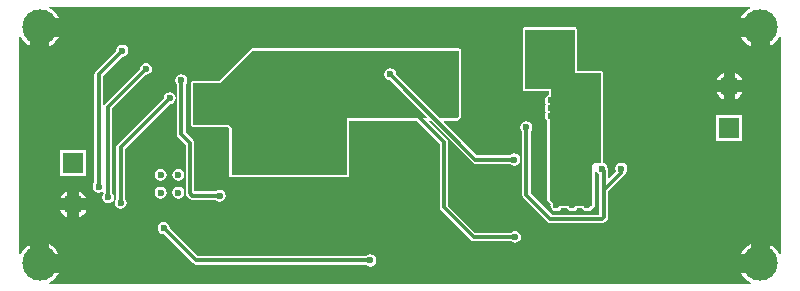
<source format=gbl>
G04*
G04 #@! TF.GenerationSoftware,Altium Limited,Altium Designer,19.1.6 (110)*
G04*
G04 Layer_Physical_Order=2*
G04 Layer_Color=16711680*
%FSLAX43Y43*%
%MOMM*%
G71*
G01*
G75*
%ADD59C,0.300*%
%ADD62C,3.000*%
%ADD63R,1.800X1.800*%
%ADD64C,1.800*%
%ADD65C,0.600*%
G36*
X62209Y23618D02*
X61995Y23504D01*
X61721Y23279D01*
X61496Y23005D01*
X61387Y22800D01*
X63000D01*
Y22000D01*
X63800D01*
Y20387D01*
X64005Y20496D01*
X64279Y20721D01*
X64504Y20995D01*
X64618Y21209D01*
X64745Y21177D01*
Y2823D01*
X64618Y2791D01*
X64504Y3005D01*
X64279Y3279D01*
X64005Y3504D01*
X63800Y3613D01*
Y2000D01*
X63000D01*
Y1200D01*
X61387D01*
X61496Y995D01*
X61721Y721D01*
X61995Y496D01*
X62209Y382D01*
X62177Y255D01*
X2823D01*
X2791Y382D01*
X3005Y496D01*
X3279Y721D01*
X3504Y995D01*
X3613Y1200D01*
X2000D01*
Y2000D01*
X1200D01*
Y3613D01*
X995Y3504D01*
X721Y3279D01*
X496Y3005D01*
X382Y2791D01*
X255Y2823D01*
Y21177D01*
X382Y21209D01*
X496Y20995D01*
X721Y20721D01*
X995Y20496D01*
X1200Y20387D01*
Y22000D01*
X2000D01*
Y22800D01*
X3613D01*
X3504Y23005D01*
X3279Y23279D01*
X3005Y23504D01*
X2791Y23618D01*
X2823Y23745D01*
X62177D01*
X62209Y23618D01*
D02*
G37*
%LPC*%
G36*
X62200Y21200D02*
X61387D01*
X61496Y20995D01*
X61721Y20721D01*
X61995Y20496D01*
X62200Y20387D01*
Y21200D01*
D02*
G37*
G36*
X3613D02*
X2800D01*
Y20387D01*
X3005Y20496D01*
X3279Y20721D01*
X3504Y20995D01*
X3613Y21200D01*
D02*
G37*
G36*
X9000Y20535D02*
X8805Y20496D01*
X8640Y20385D01*
X8529Y20220D01*
X8490Y20025D01*
X8491Y20021D01*
X6748Y18277D01*
X6670Y18162D01*
X6643Y18025D01*
Y8863D01*
X6640Y8860D01*
X6529Y8695D01*
X6490Y8500D01*
X6529Y8305D01*
X6640Y8140D01*
X6805Y8029D01*
X7000Y7990D01*
X7195Y8029D01*
X7280Y8085D01*
X7282Y8085D01*
X7405Y8031D01*
X7423Y7935D01*
X7329Y7795D01*
X7290Y7600D01*
X7329Y7405D01*
X7440Y7240D01*
X7605Y7129D01*
X7800Y7090D01*
X7995Y7129D01*
X8160Y7240D01*
X8271Y7405D01*
X8310Y7600D01*
X8271Y7795D01*
X8160Y7960D01*
X8157Y7963D01*
Y15127D01*
X10996Y17966D01*
X11000Y17965D01*
X11195Y18004D01*
X11360Y18115D01*
X11471Y18280D01*
X11510Y18475D01*
X11471Y18670D01*
X11360Y18835D01*
X11195Y18946D01*
X11000Y18985D01*
X10805Y18946D01*
X10640Y18835D01*
X10529Y18670D01*
X10490Y18475D01*
X10491Y18471D01*
X7548Y15527D01*
X7484Y15432D01*
X7394Y15440D01*
X7357Y15453D01*
Y17877D01*
X8996Y19516D01*
X9000Y19515D01*
X9195Y19554D01*
X9360Y19665D01*
X9471Y19830D01*
X9510Y20025D01*
X9471Y20220D01*
X9360Y20385D01*
X9195Y20496D01*
X9000Y20535D01*
D02*
G37*
G36*
X60900Y18092D02*
Y17500D01*
X61492D01*
X61448Y17605D01*
X61256Y17856D01*
X61005Y18048D01*
X60900Y18092D01*
D02*
G37*
G36*
X59900D02*
X59795Y18048D01*
X59544Y17856D01*
X59352Y17605D01*
X59308Y17500D01*
X59900D01*
Y18092D01*
D02*
G37*
G36*
X61492Y16500D02*
X60900D01*
Y15908D01*
X61005Y15952D01*
X61256Y16144D01*
X61448Y16395D01*
X61492Y16500D01*
D02*
G37*
G36*
X59900D02*
X59308D01*
X59352Y16395D01*
X59544Y16144D01*
X59795Y15952D01*
X59900Y15908D01*
Y16500D01*
D02*
G37*
G36*
X13000Y16510D02*
X12805Y16471D01*
X12640Y16360D01*
X12529Y16195D01*
X12490Y16000D01*
X12491Y15996D01*
X8598Y12102D01*
X8520Y11987D01*
X8493Y11850D01*
Y7488D01*
X8490Y7485D01*
X8379Y7320D01*
X8340Y7125D01*
X8379Y6930D01*
X8490Y6765D01*
X8655Y6654D01*
X8850Y6615D01*
X9045Y6654D01*
X9210Y6765D01*
X9321Y6930D01*
X9360Y7125D01*
X9321Y7320D01*
X9210Y7485D01*
X9207Y7488D01*
Y11702D01*
X12996Y15491D01*
X13000Y15490D01*
X13195Y15529D01*
X13360Y15640D01*
X13471Y15805D01*
X13510Y16000D01*
X13471Y16195D01*
X13360Y16360D01*
X13195Y16471D01*
X13000Y16510D01*
D02*
G37*
G36*
X61500Y14600D02*
X59300D01*
Y12400D01*
X61500D01*
Y14600D01*
D02*
G37*
G36*
X37500Y20204D02*
X20000Y20204D01*
X19922Y20188D01*
X19856Y20144D01*
X17166Y17454D01*
X15000D01*
X14922Y17438D01*
X14856Y17394D01*
X14812Y17328D01*
X14796Y17250D01*
Y13750D01*
X14812Y13672D01*
X14856Y13606D01*
X14922Y13562D01*
X15000Y13546D01*
X17916D01*
X18046Y13416D01*
Y9500D01*
X18062Y9422D01*
X18106Y9356D01*
X18172Y9312D01*
X18250Y9296D01*
X28000D01*
X28078Y9312D01*
X28144Y9356D01*
X28188Y9422D01*
X28204Y9500D01*
Y14096D01*
X33899D01*
X35893Y12102D01*
Y6750D01*
X35920Y6613D01*
X35998Y6498D01*
X38498Y3998D01*
X38613Y3920D01*
X38750Y3893D01*
X41887D01*
X41890Y3890D01*
X42055Y3779D01*
X42250Y3740D01*
X42445Y3779D01*
X42610Y3890D01*
X42721Y4055D01*
X42760Y4250D01*
X42721Y4445D01*
X42610Y4610D01*
X42445Y4721D01*
X42250Y4760D01*
X42055Y4721D01*
X41890Y4610D01*
X41887Y4607D01*
X38898D01*
X36607Y6898D01*
Y12250D01*
X36580Y12387D01*
X36502Y12502D01*
X34968Y14036D01*
X34971Y14044D01*
X35119Y14077D01*
X38648Y10548D01*
X38763Y10470D01*
X38900Y10443D01*
X41837D01*
X41840Y10440D01*
X42005Y10329D01*
X42200Y10290D01*
X42395Y10329D01*
X42560Y10440D01*
X42671Y10605D01*
X42710Y10800D01*
X42671Y10995D01*
X42560Y11160D01*
X42395Y11271D01*
X42200Y11310D01*
X42005Y11271D01*
X41840Y11160D01*
X41837Y11157D01*
X39048D01*
X36226Y13979D01*
X36275Y14096D01*
X37300D01*
X37378Y14112D01*
X37444Y14156D01*
X37644Y14356D01*
X37688Y14422D01*
X37704Y14500D01*
Y20000D01*
X37688Y20078D01*
X37644Y20144D01*
X37578Y20188D01*
X37500Y20204D01*
D02*
G37*
G36*
X5950Y11600D02*
X3750D01*
Y9400D01*
X5950D01*
Y11600D01*
D02*
G37*
G36*
X13750Y10010D02*
X13555Y9971D01*
X13390Y9860D01*
X13279Y9695D01*
X13240Y9500D01*
X13279Y9305D01*
X13390Y9140D01*
X13555Y9029D01*
X13750Y8990D01*
X13945Y9029D01*
X14110Y9140D01*
X14221Y9305D01*
X14260Y9500D01*
X14221Y9695D01*
X14110Y9860D01*
X13945Y9971D01*
X13750Y10010D01*
D02*
G37*
G36*
X12250D02*
X12055Y9971D01*
X11890Y9860D01*
X11779Y9695D01*
X11740Y9500D01*
X11779Y9305D01*
X11890Y9140D01*
X12055Y9029D01*
X12250Y8990D01*
X12445Y9029D01*
X12610Y9140D01*
X12721Y9305D01*
X12760Y9500D01*
X12721Y9695D01*
X12610Y9860D01*
X12445Y9971D01*
X12250Y10010D01*
D02*
G37*
G36*
X5350Y8092D02*
Y7500D01*
X5942D01*
X5898Y7605D01*
X5706Y7856D01*
X5455Y8048D01*
X5350Y8092D01*
D02*
G37*
G36*
X4350D02*
X4245Y8048D01*
X3994Y7856D01*
X3802Y7605D01*
X3758Y7500D01*
X4350D01*
Y8092D01*
D02*
G37*
G36*
X13750Y8510D02*
X13555Y8471D01*
X13390Y8360D01*
X13279Y8195D01*
X13240Y8000D01*
X13279Y7805D01*
X13390Y7640D01*
X13555Y7529D01*
X13750Y7490D01*
X13945Y7529D01*
X14110Y7640D01*
X14221Y7805D01*
X14260Y8000D01*
X14221Y8195D01*
X14110Y8360D01*
X13945Y8471D01*
X13750Y8510D01*
D02*
G37*
G36*
X12250D02*
X12055Y8471D01*
X11890Y8360D01*
X11779Y8195D01*
X11740Y8000D01*
X11779Y7805D01*
X11890Y7640D01*
X12055Y7529D01*
X12250Y7490D01*
X12445Y7529D01*
X12610Y7640D01*
X12721Y7805D01*
X12760Y8000D01*
X12721Y8195D01*
X12610Y8360D01*
X12445Y8471D01*
X12250Y8510D01*
D02*
G37*
G36*
X14000Y18010D02*
X13805Y17971D01*
X13640Y17860D01*
X13529Y17695D01*
X13490Y17500D01*
X13529Y17305D01*
X13640Y17140D01*
X13643Y17137D01*
Y12959D01*
X13670Y12823D01*
X13748Y12707D01*
X14393Y12062D01*
Y7926D01*
X14420Y7789D01*
X14498Y7673D01*
X14673Y7498D01*
X14789Y7420D01*
X14926Y7393D01*
X16887D01*
X16890Y7390D01*
X17055Y7279D01*
X17250Y7240D01*
X17445Y7279D01*
X17610Y7390D01*
X17721Y7555D01*
X17760Y7750D01*
X17721Y7945D01*
X17610Y8110D01*
X17445Y8221D01*
X17250Y8260D01*
X17055Y8221D01*
X16890Y8110D01*
X16887Y8107D01*
X15107D01*
Y12209D01*
X15080Y12346D01*
X15002Y12462D01*
X14357Y13107D01*
Y17137D01*
X14360Y17140D01*
X14471Y17305D01*
X14510Y17500D01*
X14471Y17695D01*
X14360Y17860D01*
X14195Y17971D01*
X14000Y18010D01*
D02*
G37*
G36*
X47300Y22004D02*
X43100D01*
X43022Y21988D01*
X42956Y21944D01*
X42912Y21878D01*
X42896Y21800D01*
Y16800D01*
X42912Y16722D01*
X42956Y16656D01*
X43022Y16612D01*
X43100Y16596D01*
X45096D01*
Y16272D01*
X45090Y16271D01*
X44925Y16160D01*
X44814Y15995D01*
X44775Y15800D01*
X44814Y15605D01*
X44908Y15464D01*
X44812Y15320D01*
X44773Y15125D01*
X44812Y14930D01*
X44891Y14811D01*
X44814Y14695D01*
X44775Y14500D01*
X44814Y14305D01*
X44925Y14140D01*
X44996Y14092D01*
Y7400D01*
X44996Y7400D01*
X45012Y7322D01*
X45056Y7256D01*
X45260Y7051D01*
X45240Y6950D01*
X45279Y6755D01*
X45390Y6590D01*
X45555Y6479D01*
X45750Y6440D01*
X45945Y6479D01*
X46110Y6590D01*
X46182Y6696D01*
X46668D01*
X46740Y6590D01*
X46905Y6479D01*
X47100Y6440D01*
X47295Y6479D01*
X47460Y6590D01*
X47532Y6696D01*
X47943D01*
X48015Y6590D01*
X48180Y6479D01*
X48375Y6440D01*
X48570Y6479D01*
X48735Y6590D01*
X48808Y6698D01*
X48878Y6712D01*
X48944Y6756D01*
X48988Y6822D01*
X49004Y6900D01*
Y9751D01*
X49131Y9790D01*
X49215Y9665D01*
X49380Y9554D01*
X49393Y9551D01*
Y8250D01*
Y6107D01*
X45398D01*
X43572Y7933D01*
Y13162D01*
X43575Y13165D01*
X43686Y13330D01*
X43725Y13525D01*
X43686Y13720D01*
X43575Y13885D01*
X43410Y13996D01*
X43215Y14035D01*
X43020Y13996D01*
X42855Y13885D01*
X42744Y13720D01*
X42705Y13525D01*
X42744Y13330D01*
X42855Y13165D01*
X42858Y13162D01*
Y7785D01*
X42885Y7648D01*
X42963Y7533D01*
X44998Y5498D01*
X45113Y5420D01*
X45250Y5393D01*
X49574D01*
X49711Y5420D01*
X49827Y5498D01*
X50002Y5673D01*
X50080Y5789D01*
X50107Y5926D01*
Y8102D01*
X51445Y9440D01*
X51522Y9556D01*
X51534Y9613D01*
X51610Y9665D01*
X51721Y9830D01*
X51760Y10025D01*
X51721Y10220D01*
X51610Y10385D01*
X51445Y10496D01*
X51250Y10535D01*
X51055Y10496D01*
X50890Y10385D01*
X50779Y10220D01*
X50740Y10025D01*
X50779Y9830D01*
X50798Y9802D01*
X50224Y9229D01*
X50107Y9277D01*
Y9850D01*
X50080Y9987D01*
X50078Y9989D01*
X50085Y10025D01*
X50046Y10220D01*
X49935Y10385D01*
X49770Y10496D01*
X49702Y10510D01*
X49704Y10520D01*
Y18100D01*
X49688Y18178D01*
X49644Y18244D01*
X49578Y18288D01*
X49500Y18304D01*
X47504D01*
Y21800D01*
X47488Y21878D01*
X47444Y21944D01*
X47378Y21988D01*
X47300Y22004D01*
D02*
G37*
G36*
X5942Y6500D02*
X5350D01*
Y5908D01*
X5455Y5952D01*
X5706Y6144D01*
X5898Y6395D01*
X5942Y6500D01*
D02*
G37*
G36*
X4350D02*
X3758D01*
X3802Y6395D01*
X3994Y6144D01*
X4245Y5952D01*
X4350Y5908D01*
Y6500D01*
D02*
G37*
G36*
X62200Y3613D02*
X61995Y3504D01*
X61721Y3279D01*
X61496Y3005D01*
X61387Y2800D01*
X62200D01*
Y3613D01*
D02*
G37*
G36*
X2800D02*
Y2800D01*
X3613D01*
X3504Y3005D01*
X3279Y3279D01*
X3005Y3504D01*
X2800Y3613D01*
D02*
G37*
G36*
X12500Y5510D02*
X12305Y5471D01*
X12140Y5360D01*
X12029Y5195D01*
X11990Y5000D01*
X12029Y4805D01*
X12140Y4640D01*
X12305Y4529D01*
X12500Y4490D01*
X12504Y4491D01*
X14998Y1998D01*
X15113Y1920D01*
X15250Y1893D01*
X29637D01*
X29640Y1890D01*
X29805Y1779D01*
X30000Y1740D01*
X30195Y1779D01*
X30360Y1890D01*
X30471Y2055D01*
X30510Y2250D01*
X30471Y2445D01*
X30360Y2610D01*
X30195Y2721D01*
X30000Y2760D01*
X29805Y2721D01*
X29640Y2610D01*
X29637Y2607D01*
X15398D01*
X13009Y4996D01*
X13010Y5000D01*
X12971Y5195D01*
X12860Y5360D01*
X12695Y5471D01*
X12500Y5510D01*
D02*
G37*
%LPD*%
G36*
X37500Y14500D02*
X37300Y14300D01*
X35905D01*
X32209Y17996D01*
X32210Y18000D01*
X32171Y18195D01*
X32060Y18360D01*
X31895Y18471D01*
X31700Y18510D01*
X31505Y18471D01*
X31340Y18360D01*
X31229Y18195D01*
X31190Y18000D01*
X31229Y17805D01*
X31340Y17640D01*
X31505Y17529D01*
X31700Y17490D01*
X31704Y17491D01*
X34778Y14417D01*
X34729Y14300D01*
X28000D01*
Y9500D01*
X18250D01*
Y13500D01*
X18000Y13750D01*
X15000D01*
Y17250D01*
X17250D01*
X20000Y20000D01*
X37500Y20000D01*
Y14500D01*
D02*
G37*
G36*
X47300Y18100D02*
X49500D01*
Y10520D01*
X49400Y10500D01*
X49000D01*
X48800Y10300D01*
Y6900D01*
X45700D01*
X45200Y7400D01*
Y14300D01*
Y16000D01*
X45300Y16100D01*
Y16800D01*
X43100D01*
Y21800D01*
X47300D01*
Y18100D01*
D02*
G37*
D59*
X49575Y10025D02*
X49750Y9850D01*
Y8250D02*
Y9850D01*
Y5926D02*
Y8250D01*
X51193Y9693D01*
Y9968D01*
X51250Y10025D01*
X49574Y5750D02*
X49750Y5926D01*
X45250Y5750D02*
X49574D01*
X43215Y7785D02*
X45250Y5750D01*
X43215Y7785D02*
Y13525D01*
X38900Y10800D02*
X42200D01*
X31700Y18000D02*
X38900Y10800D01*
X33950Y14550D02*
X36250Y12250D01*
X7800Y15275D02*
X11000Y18475D01*
X7800Y7600D02*
Y15275D01*
X7000Y18025D02*
X9000Y20025D01*
X7000Y8500D02*
Y18025D01*
X8850Y7125D02*
Y11850D01*
X13000Y16000D01*
X36250Y6750D02*
Y12250D01*
Y6750D02*
X38750Y4250D01*
X42250D01*
X14926Y7750D02*
X17250D01*
X14750Y7926D02*
X14926Y7750D01*
X14750Y7926D02*
Y12209D01*
X14000Y12959D02*
X14750Y12209D01*
X14000Y12959D02*
Y17500D01*
X15250Y2250D02*
X30000D01*
X12500Y5000D02*
X15250Y2250D01*
D62*
X2000Y2000D02*
D03*
Y22000D02*
D03*
X63000Y2000D02*
D03*
Y22000D02*
D03*
D63*
X4850Y10500D02*
D03*
X60400Y13500D02*
D03*
D64*
X4850Y7000D02*
D03*
X60400Y17000D02*
D03*
D65*
X50600Y17900D02*
D03*
X49575Y10025D02*
D03*
X51250Y10025D02*
D03*
X43215Y13525D02*
D03*
X42000Y12000D02*
D03*
Y13000D02*
D03*
X40500Y12000D02*
D03*
Y15000D02*
D03*
X42000Y14000D02*
D03*
X42200Y10800D02*
D03*
X40500Y14000D02*
D03*
Y13000D02*
D03*
X42000Y15000D02*
D03*
X45285Y14500D02*
D03*
X31700Y18000D02*
D03*
X7000Y8500D02*
D03*
X7800Y7600D02*
D03*
X9000Y20025D02*
D03*
X11000Y18475D02*
D03*
X35400Y21100D02*
D03*
X34500Y21000D02*
D03*
X41700Y22785D02*
D03*
X41800Y21385D02*
D03*
X40800Y22800D02*
D03*
Y21385D02*
D03*
X39800Y22785D02*
D03*
X39900Y21385D02*
D03*
X13200Y22785D02*
D03*
X13300Y21385D02*
D03*
X12300Y22800D02*
D03*
Y21385D02*
D03*
X11300Y22785D02*
D03*
X11400Y21385D02*
D03*
X9200Y22785D02*
D03*
X9300Y21385D02*
D03*
X8300Y22800D02*
D03*
Y21385D02*
D03*
X7300Y22785D02*
D03*
X7400Y21385D02*
D03*
X17285Y20800D02*
D03*
X15885Y20700D02*
D03*
X17300Y21700D02*
D03*
X15885D02*
D03*
X17285Y22700D02*
D03*
X15885Y22600D02*
D03*
X34285Y3300D02*
D03*
X32885Y3200D02*
D03*
X34300Y4200D02*
D03*
X32885D02*
D03*
X34285Y5200D02*
D03*
X32885Y5100D02*
D03*
X44785Y1300D02*
D03*
X43385Y1200D02*
D03*
X44800Y2200D02*
D03*
X43385D02*
D03*
X44785Y3200D02*
D03*
X43385Y3100D02*
D03*
X51285Y1300D02*
D03*
X49885Y1200D02*
D03*
X51300Y2200D02*
D03*
X49885D02*
D03*
X51285Y3200D02*
D03*
X49885Y3100D02*
D03*
X61285Y7800D02*
D03*
X59885Y7700D02*
D03*
X61300Y8700D02*
D03*
X59885D02*
D03*
X61285Y9700D02*
D03*
X59885Y9600D02*
D03*
X27900Y4100D02*
D03*
X26500Y4000D02*
D03*
X27915Y5000D02*
D03*
X26500D02*
D03*
X27900Y6000D02*
D03*
X26500Y5900D02*
D03*
X32285Y6300D02*
D03*
X32300Y7200D02*
D03*
X32285Y8200D02*
D03*
X34900Y6600D02*
D03*
X33500Y6500D02*
D03*
X34915Y7500D02*
D03*
X33500D02*
D03*
X34900Y8500D02*
D03*
X33500Y8400D02*
D03*
X18900Y3600D02*
D03*
X17500Y3500D02*
D03*
X18915Y4500D02*
D03*
X17500D02*
D03*
X18900Y5500D02*
D03*
X17500Y5400D02*
D03*
X11900Y1600D02*
D03*
X10500Y1500D02*
D03*
X11915Y2500D02*
D03*
X10500D02*
D03*
X11900Y3500D02*
D03*
X10500Y3400D02*
D03*
X42250Y4250D02*
D03*
X19085Y12100D02*
D03*
X20485Y12200D02*
D03*
X19085Y11200D02*
D03*
X20500D02*
D03*
X19085Y10200D02*
D03*
X20485Y10300D02*
D03*
X15885Y16300D02*
D03*
X17285Y16400D02*
D03*
X15885Y15400D02*
D03*
X17300D02*
D03*
X15885Y14400D02*
D03*
X17285Y14500D02*
D03*
X19385Y16100D02*
D03*
X20785Y16200D02*
D03*
X19385Y15200D02*
D03*
X20800D02*
D03*
X19385Y14200D02*
D03*
X20785Y14300D02*
D03*
X25785Y12200D02*
D03*
X27185Y12300D02*
D03*
X25785Y11300D02*
D03*
X27200D02*
D03*
X25785Y10300D02*
D03*
X27185Y10400D02*
D03*
Y13700D02*
D03*
X25785Y13600D02*
D03*
X27200Y14600D02*
D03*
X25785D02*
D03*
X27185Y15600D02*
D03*
X25785Y15500D02*
D03*
X36700Y15900D02*
D03*
X36100Y16700D02*
D03*
X36800Y17300D02*
D03*
X36000Y17700D02*
D03*
X36800Y18300D02*
D03*
X35985Y18800D02*
D03*
X46800Y17800D02*
D03*
X45700Y17500D02*
D03*
X43600Y20900D02*
D03*
X44600Y21300D02*
D03*
X45750Y6950D02*
D03*
X47100D02*
D03*
X48375D02*
D03*
Y10025D02*
D03*
X47100Y10050D02*
D03*
X45825Y10000D02*
D03*
X45283Y15125D02*
D03*
X45285Y15800D02*
D03*
X11700Y15900D02*
D03*
X12000Y17200D02*
D03*
X17250Y7750D02*
D03*
X8850Y7125D02*
D03*
X13000Y16000D02*
D03*
X14000Y17500D02*
D03*
X13750Y8000D02*
D03*
X12250D02*
D03*
X13750Y9500D02*
D03*
X12250D02*
D03*
X30000Y2250D02*
D03*
X12500Y5000D02*
D03*
M02*

</source>
